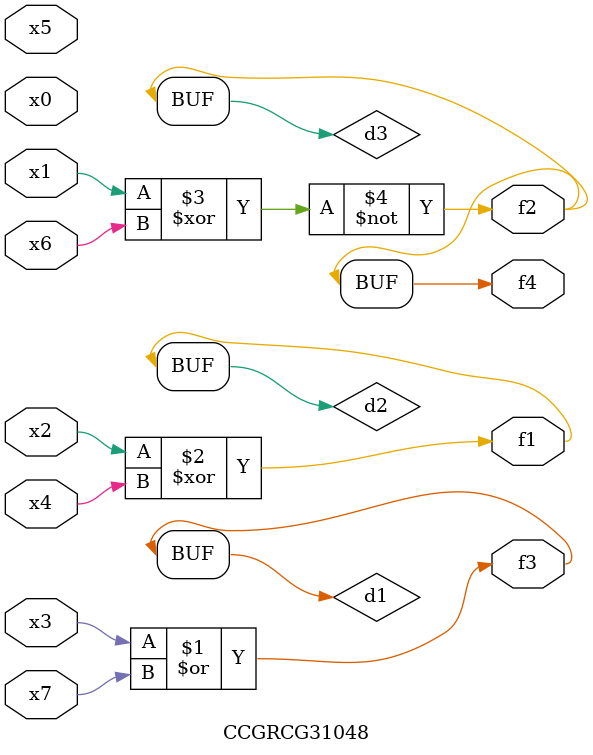
<source format=v>
module CCGRCG31048(
	input x0, x1, x2, x3, x4, x5, x6, x7,
	output f1, f2, f3, f4
);

	wire d1, d2, d3;

	or (d1, x3, x7);
	xor (d2, x2, x4);
	xnor (d3, x1, x6);
	assign f1 = d2;
	assign f2 = d3;
	assign f3 = d1;
	assign f4 = d3;
endmodule

</source>
